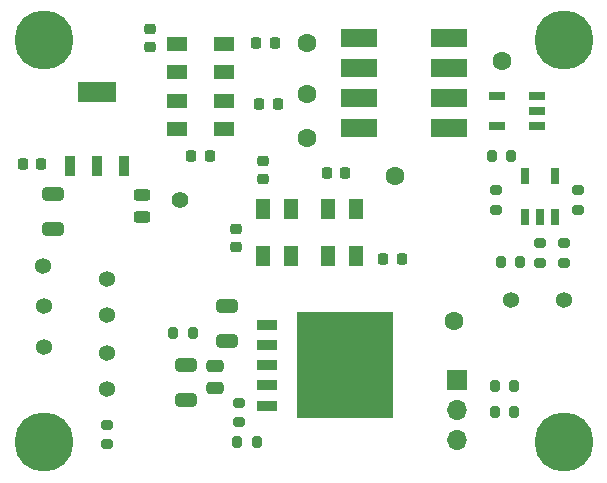
<source format=gbr>
%TF.GenerationSoftware,KiCad,Pcbnew,8.0.6*%
%TF.CreationDate,2025-01-13T11:37:24-05:00*%
%TF.ProjectId,kmh_RTx,6b6d685f-5254-4782-9e6b-696361645f70,rev?*%
%TF.SameCoordinates,Original*%
%TF.FileFunction,Soldermask,Top*%
%TF.FilePolarity,Negative*%
%FSLAX46Y46*%
G04 Gerber Fmt 4.6, Leading zero omitted, Abs format (unit mm)*
G04 Created by KiCad (PCBNEW 8.0.6) date 2025-01-13 11:37:24*
%MOMM*%
%LPD*%
G01*
G04 APERTURE LIST*
G04 Aperture macros list*
%AMRoundRect*
0 Rectangle with rounded corners*
0 $1 Rounding radius*
0 $2 $3 $4 $5 $6 $7 $8 $9 X,Y pos of 4 corners*
0 Add a 4 corners polygon primitive as box body*
4,1,4,$2,$3,$4,$5,$6,$7,$8,$9,$2,$3,0*
0 Add four circle primitives for the rounded corners*
1,1,$1+$1,$2,$3*
1,1,$1+$1,$4,$5*
1,1,$1+$1,$6,$7*
1,1,$1+$1,$8,$9*
0 Add four rect primitives between the rounded corners*
20,1,$1+$1,$2,$3,$4,$5,0*
20,1,$1+$1,$4,$5,$6,$7,0*
20,1,$1+$1,$6,$7,$8,$9,0*
20,1,$1+$1,$8,$9,$2,$3,0*%
G04 Aperture macros list end*
%ADD10C,1.600000*%
%ADD11R,1.800000X1.200000*%
%ADD12R,1.200000X1.800000*%
%ADD13RoundRect,0.200000X0.200000X0.275000X-0.200000X0.275000X-0.200000X-0.275000X0.200000X-0.275000X0*%
%ADD14R,1.700000X1.700000*%
%ADD15O,1.700000X1.700000*%
%ADD16R,3.050000X1.520000*%
%ADD17R,1.400000X0.760000*%
%ADD18R,0.760000X1.400000*%
%ADD19R,8.204200X8.991600*%
%ADD20R,1.752600X0.889000*%
%ADD21RoundRect,0.200000X-0.275000X0.200000X-0.275000X-0.200000X0.275000X-0.200000X0.275000X0.200000X0*%
%ADD22RoundRect,0.200000X-0.200000X-0.275000X0.200000X-0.275000X0.200000X0.275000X-0.200000X0.275000X0*%
%ADD23RoundRect,0.250000X0.650000X-0.325000X0.650000X0.325000X-0.650000X0.325000X-0.650000X-0.325000X0*%
%ADD24RoundRect,0.225000X-0.250000X0.225000X-0.250000X-0.225000X0.250000X-0.225000X0.250000X0.225000X0*%
%ADD25C,1.362000*%
%ADD26R,0.950000X1.750000*%
%ADD27R,3.200000X1.750000*%
%ADD28C,5.000000*%
%ADD29RoundRect,0.225000X-0.225000X-0.250000X0.225000X-0.250000X0.225000X0.250000X-0.225000X0.250000X0*%
%ADD30RoundRect,0.225000X0.225000X0.250000X-0.225000X0.250000X-0.225000X-0.250000X0.225000X-0.250000X0*%
%ADD31C,1.400000*%
%ADD32RoundRect,0.250000X0.475000X-0.250000X0.475000X0.250000X-0.475000X0.250000X-0.475000X-0.250000X0*%
%ADD33RoundRect,0.200000X0.275000X-0.200000X0.275000X0.200000X-0.275000X0.200000X-0.275000X-0.200000X0*%
%ADD34RoundRect,0.243750X-0.456250X0.243750X-0.456250X-0.243750X0.456250X-0.243750X0.456250X0.243750X0*%
%ADD35RoundRect,0.250000X-0.650000X0.325000X-0.650000X-0.325000X0.650000X-0.325000X0.650000X0.325000X0*%
%ADD36RoundRect,0.225000X0.250000X-0.225000X0.250000X0.225000X-0.250000X0.225000X-0.250000X-0.225000X0*%
G04 APERTURE END LIST*
D10*
%TO.C,TP7*%
X126250000Y-51250000D03*
%TD*%
D11*
%TO.C,X4*%
X102750000Y-30200000D03*
X106750000Y-30200000D03*
X106750000Y-27800000D03*
X102750000Y-27800000D03*
%TD*%
%TO.C,X3*%
X102750000Y-35025000D03*
X106750000Y-35025000D03*
X106750000Y-32625000D03*
X102750000Y-32625000D03*
%TD*%
D12*
%TO.C,X2*%
X112400000Y-45750000D03*
X112400000Y-41750000D03*
X110000000Y-41750000D03*
X110000000Y-45750000D03*
%TD*%
%TO.C,X1*%
X117950000Y-45750000D03*
X117950000Y-41750000D03*
X115550000Y-41750000D03*
X115550000Y-45750000D03*
%TD*%
D13*
%TO.C,R12*%
X131325000Y-56750000D03*
X129675000Y-56750000D03*
%TD*%
D14*
%TO.C,J1*%
X126500000Y-56225000D03*
D15*
X126500000Y-58765000D03*
X126500000Y-61305000D03*
%TD*%
D16*
%TO.C,U1*%
X118190000Y-34910000D03*
X118190000Y-32370000D03*
X118190000Y-29830000D03*
X118190000Y-27290000D03*
X125810000Y-27290000D03*
X125810000Y-29830000D03*
X125810000Y-32370000D03*
X125810000Y-34910000D03*
%TD*%
D17*
%TO.C,T1*%
X133250000Y-32210000D03*
X133250000Y-33480000D03*
X133250000Y-34750000D03*
X129820000Y-34750000D03*
X129820000Y-32210000D03*
%TD*%
D18*
%TO.C,T2*%
X134770000Y-42430000D03*
X133500000Y-42430000D03*
X132230000Y-42430000D03*
X132230000Y-39000000D03*
X134770000Y-39000000D03*
%TD*%
D19*
%TO.C,U2*%
X117000000Y-55000000D03*
D20*
X110421400Y-58439998D03*
X110421400Y-56719999D03*
X110421400Y-55000000D03*
X110421400Y-53279998D03*
X110421400Y-51559999D03*
%TD*%
D10*
%TO.C,TP6*%
X130250000Y-29250000D03*
%TD*%
%TO.C,TP5*%
X113750000Y-27750000D03*
%TD*%
%TO.C,TP4*%
X113750000Y-32000000D03*
%TD*%
%TO.C,TP3*%
X113750000Y-35750000D03*
%TD*%
%TO.C,TP1*%
X121250000Y-39000000D03*
%TD*%
D21*
%TO.C,R11*%
X133500000Y-44675000D03*
X133500000Y-46325000D03*
%TD*%
D13*
%TO.C,R10*%
X131075000Y-37250000D03*
X129425000Y-37250000D03*
%TD*%
D21*
%TO.C,R9*%
X136750000Y-40175000D03*
X136750000Y-41825000D03*
%TD*%
%TO.C,R8*%
X129750000Y-40175000D03*
X129750000Y-41825000D03*
%TD*%
%TO.C,R7*%
X108000000Y-58175000D03*
X108000000Y-59825000D03*
%TD*%
D22*
%TO.C,R6*%
X107850000Y-61500000D03*
X109500000Y-61500000D03*
%TD*%
D23*
%TO.C,C13*%
X103500000Y-55025000D03*
X103500000Y-57975000D03*
%TD*%
%TO.C,C12*%
X107000000Y-52975000D03*
X107000000Y-50025000D03*
%TD*%
D24*
%TO.C,C4*%
X110000000Y-37725000D03*
X110000000Y-39275000D03*
%TD*%
D25*
%TO.C,H7*%
X96850000Y-54000000D03*
%TD*%
D26*
%TO.C,IC2*%
X93700000Y-38150000D03*
X96000000Y-38150000D03*
X98300000Y-38150000D03*
D27*
X96000000Y-31850000D03*
%TD*%
D28*
%TO.C,H4*%
X135500000Y-61500000D03*
%TD*%
D29*
%TO.C,C5*%
X103975000Y-37250000D03*
X105525000Y-37250000D03*
%TD*%
D30*
%TO.C,C16*%
X91275000Y-38000000D03*
X89725000Y-38000000D03*
%TD*%
D31*
%TO.C,TP2*%
X103000000Y-41000000D03*
%TD*%
D30*
%TO.C,C6*%
X111285000Y-32900000D03*
X109735000Y-32900000D03*
%TD*%
D22*
%TO.C,R4*%
X130175000Y-46250000D03*
X131825000Y-46250000D03*
%TD*%
D25*
%TO.C,H10*%
X91475000Y-49950000D03*
%TD*%
D30*
%TO.C,C1*%
X117025000Y-38750000D03*
X115475000Y-38750000D03*
%TD*%
D32*
%TO.C,C14*%
X106000000Y-55050000D03*
X106000000Y-56950000D03*
%TD*%
D33*
%TO.C,R3*%
X96850000Y-61675000D03*
X96850000Y-60025000D03*
%TD*%
D30*
%TO.C,C8*%
X109475000Y-27750000D03*
X111025000Y-27750000D03*
%TD*%
D25*
%TO.C,H6*%
X96800000Y-50725000D03*
%TD*%
D29*
%TO.C,C2*%
X120225000Y-46000000D03*
X121775000Y-46000000D03*
%TD*%
D28*
%TO.C,H3*%
X135500000Y-27500000D03*
%TD*%
D25*
%TO.C,H9*%
X91425000Y-46575000D03*
%TD*%
D22*
%TO.C,R1*%
X104075000Y-52250000D03*
X102425000Y-52250000D03*
%TD*%
D21*
%TO.C,R2*%
X135500000Y-44675000D03*
X135500000Y-46325000D03*
%TD*%
D34*
%TO.C,C17*%
X99800000Y-40562500D03*
X99800000Y-42437500D03*
%TD*%
D25*
%TO.C,H5*%
X96800000Y-47725000D03*
%TD*%
%TO.C,H14*%
X135500000Y-49500000D03*
%TD*%
D28*
%TO.C,H2*%
X91500000Y-27500000D03*
%TD*%
D35*
%TO.C,C15*%
X92250000Y-40525000D03*
X92250000Y-43475000D03*
%TD*%
D36*
%TO.C,C3*%
X107750000Y-45000000D03*
X107750000Y-43450000D03*
%TD*%
%TO.C,C7*%
X100500000Y-28050000D03*
X100500000Y-26500000D03*
%TD*%
D25*
%TO.C,H15*%
X131000000Y-49500000D03*
%TD*%
%TO.C,H8*%
X96850000Y-57000000D03*
%TD*%
D13*
%TO.C,R5*%
X131325000Y-59000000D03*
X129675000Y-59000000D03*
%TD*%
D25*
%TO.C,H11*%
X91500000Y-53500000D03*
%TD*%
D28*
%TO.C,H1*%
X91500000Y-61500000D03*
%TD*%
M02*

</source>
